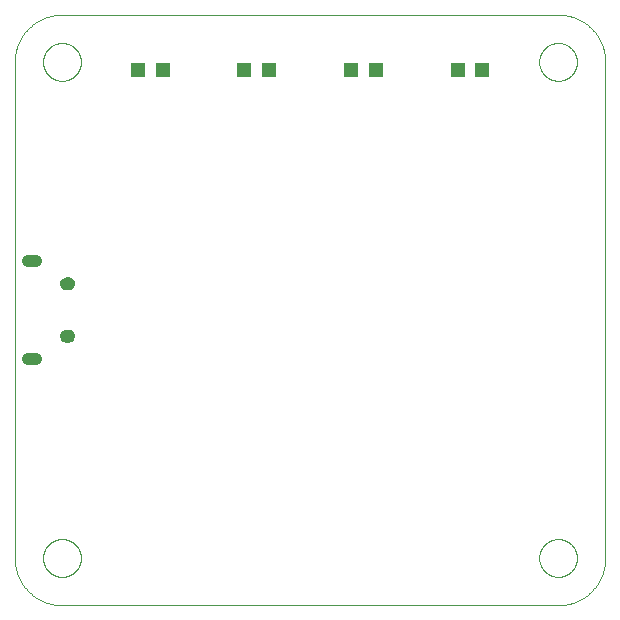
<source format=gbp>
G75*
%MOIN*%
%OFA0B0*%
%FSLAX25Y25*%
%IPPOS*%
%LPD*%
%AMOC8*
5,1,8,0,0,1.08239X$1,22.5*
%
%ADD10R,0.04724X0.04724*%
%ADD11C,0.00000*%
%ADD12C,0.00600*%
%ADD13C,0.03937*%
D10*
X0097114Y0241500D03*
X0105382Y0241500D03*
X0132646Y0241500D03*
X0140913Y0241500D03*
X0168177Y0241500D03*
X0176445Y0241500D03*
X0203705Y0241500D03*
X0211972Y0241500D03*
D11*
X0237220Y0063075D02*
X0071866Y0063075D01*
X0065567Y0078823D02*
X0065569Y0078981D01*
X0065575Y0079139D01*
X0065585Y0079297D01*
X0065599Y0079455D01*
X0065617Y0079612D01*
X0065638Y0079769D01*
X0065664Y0079925D01*
X0065694Y0080081D01*
X0065727Y0080236D01*
X0065765Y0080389D01*
X0065806Y0080542D01*
X0065851Y0080694D01*
X0065900Y0080845D01*
X0065953Y0080994D01*
X0066009Y0081142D01*
X0066069Y0081288D01*
X0066133Y0081433D01*
X0066201Y0081576D01*
X0066272Y0081718D01*
X0066346Y0081858D01*
X0066424Y0081995D01*
X0066506Y0082131D01*
X0066590Y0082265D01*
X0066679Y0082396D01*
X0066770Y0082525D01*
X0066865Y0082652D01*
X0066962Y0082777D01*
X0067063Y0082899D01*
X0067167Y0083018D01*
X0067274Y0083135D01*
X0067384Y0083249D01*
X0067497Y0083360D01*
X0067612Y0083469D01*
X0067730Y0083574D01*
X0067851Y0083676D01*
X0067974Y0083776D01*
X0068100Y0083872D01*
X0068228Y0083965D01*
X0068358Y0084055D01*
X0068491Y0084141D01*
X0068626Y0084225D01*
X0068762Y0084304D01*
X0068901Y0084381D01*
X0069042Y0084453D01*
X0069184Y0084523D01*
X0069328Y0084588D01*
X0069474Y0084650D01*
X0069621Y0084708D01*
X0069770Y0084763D01*
X0069920Y0084814D01*
X0070071Y0084861D01*
X0070223Y0084904D01*
X0070376Y0084943D01*
X0070531Y0084979D01*
X0070686Y0085010D01*
X0070842Y0085038D01*
X0070998Y0085062D01*
X0071155Y0085082D01*
X0071313Y0085098D01*
X0071470Y0085110D01*
X0071629Y0085118D01*
X0071787Y0085122D01*
X0071945Y0085122D01*
X0072103Y0085118D01*
X0072262Y0085110D01*
X0072419Y0085098D01*
X0072577Y0085082D01*
X0072734Y0085062D01*
X0072890Y0085038D01*
X0073046Y0085010D01*
X0073201Y0084979D01*
X0073356Y0084943D01*
X0073509Y0084904D01*
X0073661Y0084861D01*
X0073812Y0084814D01*
X0073962Y0084763D01*
X0074111Y0084708D01*
X0074258Y0084650D01*
X0074404Y0084588D01*
X0074548Y0084523D01*
X0074690Y0084453D01*
X0074831Y0084381D01*
X0074970Y0084304D01*
X0075106Y0084225D01*
X0075241Y0084141D01*
X0075374Y0084055D01*
X0075504Y0083965D01*
X0075632Y0083872D01*
X0075758Y0083776D01*
X0075881Y0083676D01*
X0076002Y0083574D01*
X0076120Y0083469D01*
X0076235Y0083360D01*
X0076348Y0083249D01*
X0076458Y0083135D01*
X0076565Y0083018D01*
X0076669Y0082899D01*
X0076770Y0082777D01*
X0076867Y0082652D01*
X0076962Y0082525D01*
X0077053Y0082396D01*
X0077142Y0082265D01*
X0077226Y0082131D01*
X0077308Y0081995D01*
X0077386Y0081858D01*
X0077460Y0081718D01*
X0077531Y0081576D01*
X0077599Y0081433D01*
X0077663Y0081288D01*
X0077723Y0081142D01*
X0077779Y0080994D01*
X0077832Y0080845D01*
X0077881Y0080694D01*
X0077926Y0080542D01*
X0077967Y0080389D01*
X0078005Y0080236D01*
X0078038Y0080081D01*
X0078068Y0079925D01*
X0078094Y0079769D01*
X0078115Y0079612D01*
X0078133Y0079455D01*
X0078147Y0079297D01*
X0078157Y0079139D01*
X0078163Y0078981D01*
X0078165Y0078823D01*
X0078163Y0078665D01*
X0078157Y0078507D01*
X0078147Y0078349D01*
X0078133Y0078191D01*
X0078115Y0078034D01*
X0078094Y0077877D01*
X0078068Y0077721D01*
X0078038Y0077565D01*
X0078005Y0077410D01*
X0077967Y0077257D01*
X0077926Y0077104D01*
X0077881Y0076952D01*
X0077832Y0076801D01*
X0077779Y0076652D01*
X0077723Y0076504D01*
X0077663Y0076358D01*
X0077599Y0076213D01*
X0077531Y0076070D01*
X0077460Y0075928D01*
X0077386Y0075788D01*
X0077308Y0075651D01*
X0077226Y0075515D01*
X0077142Y0075381D01*
X0077053Y0075250D01*
X0076962Y0075121D01*
X0076867Y0074994D01*
X0076770Y0074869D01*
X0076669Y0074747D01*
X0076565Y0074628D01*
X0076458Y0074511D01*
X0076348Y0074397D01*
X0076235Y0074286D01*
X0076120Y0074177D01*
X0076002Y0074072D01*
X0075881Y0073970D01*
X0075758Y0073870D01*
X0075632Y0073774D01*
X0075504Y0073681D01*
X0075374Y0073591D01*
X0075241Y0073505D01*
X0075106Y0073421D01*
X0074970Y0073342D01*
X0074831Y0073265D01*
X0074690Y0073193D01*
X0074548Y0073123D01*
X0074404Y0073058D01*
X0074258Y0072996D01*
X0074111Y0072938D01*
X0073962Y0072883D01*
X0073812Y0072832D01*
X0073661Y0072785D01*
X0073509Y0072742D01*
X0073356Y0072703D01*
X0073201Y0072667D01*
X0073046Y0072636D01*
X0072890Y0072608D01*
X0072734Y0072584D01*
X0072577Y0072564D01*
X0072419Y0072548D01*
X0072262Y0072536D01*
X0072103Y0072528D01*
X0071945Y0072524D01*
X0071787Y0072524D01*
X0071629Y0072528D01*
X0071470Y0072536D01*
X0071313Y0072548D01*
X0071155Y0072564D01*
X0070998Y0072584D01*
X0070842Y0072608D01*
X0070686Y0072636D01*
X0070531Y0072667D01*
X0070376Y0072703D01*
X0070223Y0072742D01*
X0070071Y0072785D01*
X0069920Y0072832D01*
X0069770Y0072883D01*
X0069621Y0072938D01*
X0069474Y0072996D01*
X0069328Y0073058D01*
X0069184Y0073123D01*
X0069042Y0073193D01*
X0068901Y0073265D01*
X0068762Y0073342D01*
X0068626Y0073421D01*
X0068491Y0073505D01*
X0068358Y0073591D01*
X0068228Y0073681D01*
X0068100Y0073774D01*
X0067974Y0073870D01*
X0067851Y0073970D01*
X0067730Y0074072D01*
X0067612Y0074177D01*
X0067497Y0074286D01*
X0067384Y0074397D01*
X0067274Y0074511D01*
X0067167Y0074628D01*
X0067063Y0074747D01*
X0066962Y0074869D01*
X0066865Y0074994D01*
X0066770Y0075121D01*
X0066679Y0075250D01*
X0066590Y0075381D01*
X0066506Y0075515D01*
X0066424Y0075651D01*
X0066346Y0075788D01*
X0066272Y0075928D01*
X0066201Y0076070D01*
X0066133Y0076213D01*
X0066069Y0076358D01*
X0066009Y0076504D01*
X0065953Y0076652D01*
X0065900Y0076801D01*
X0065851Y0076952D01*
X0065806Y0077104D01*
X0065765Y0077257D01*
X0065727Y0077410D01*
X0065694Y0077565D01*
X0065664Y0077721D01*
X0065638Y0077877D01*
X0065617Y0078034D01*
X0065599Y0078191D01*
X0065585Y0078349D01*
X0065575Y0078507D01*
X0065569Y0078665D01*
X0065567Y0078823D01*
X0056118Y0078823D02*
X0056123Y0078442D01*
X0056136Y0078062D01*
X0056159Y0077682D01*
X0056192Y0077303D01*
X0056233Y0076925D01*
X0056283Y0076548D01*
X0056343Y0076172D01*
X0056411Y0075797D01*
X0056489Y0075425D01*
X0056576Y0075054D01*
X0056671Y0074686D01*
X0056776Y0074320D01*
X0056889Y0073957D01*
X0057011Y0073596D01*
X0057141Y0073239D01*
X0057281Y0072885D01*
X0057428Y0072534D01*
X0057585Y0072187D01*
X0057749Y0071844D01*
X0057922Y0071505D01*
X0058103Y0071170D01*
X0058292Y0070839D01*
X0058489Y0070514D01*
X0058693Y0070193D01*
X0058906Y0069877D01*
X0059126Y0069567D01*
X0059353Y0069261D01*
X0059588Y0068962D01*
X0059830Y0068668D01*
X0060078Y0068380D01*
X0060334Y0068098D01*
X0060597Y0067823D01*
X0060866Y0067554D01*
X0061141Y0067291D01*
X0061423Y0067035D01*
X0061711Y0066787D01*
X0062005Y0066545D01*
X0062304Y0066310D01*
X0062610Y0066083D01*
X0062920Y0065863D01*
X0063236Y0065650D01*
X0063557Y0065446D01*
X0063882Y0065249D01*
X0064213Y0065060D01*
X0064548Y0064879D01*
X0064887Y0064706D01*
X0065230Y0064542D01*
X0065577Y0064385D01*
X0065928Y0064238D01*
X0066282Y0064098D01*
X0066639Y0063968D01*
X0067000Y0063846D01*
X0067363Y0063733D01*
X0067729Y0063628D01*
X0068097Y0063533D01*
X0068468Y0063446D01*
X0068840Y0063368D01*
X0069215Y0063300D01*
X0069591Y0063240D01*
X0069968Y0063190D01*
X0070346Y0063149D01*
X0070725Y0063116D01*
X0071105Y0063093D01*
X0071485Y0063080D01*
X0071866Y0063075D01*
X0056118Y0078823D02*
X0056118Y0244177D01*
X0065567Y0244177D02*
X0065569Y0244335D01*
X0065575Y0244493D01*
X0065585Y0244651D01*
X0065599Y0244809D01*
X0065617Y0244966D01*
X0065638Y0245123D01*
X0065664Y0245279D01*
X0065694Y0245435D01*
X0065727Y0245590D01*
X0065765Y0245743D01*
X0065806Y0245896D01*
X0065851Y0246048D01*
X0065900Y0246199D01*
X0065953Y0246348D01*
X0066009Y0246496D01*
X0066069Y0246642D01*
X0066133Y0246787D01*
X0066201Y0246930D01*
X0066272Y0247072D01*
X0066346Y0247212D01*
X0066424Y0247349D01*
X0066506Y0247485D01*
X0066590Y0247619D01*
X0066679Y0247750D01*
X0066770Y0247879D01*
X0066865Y0248006D01*
X0066962Y0248131D01*
X0067063Y0248253D01*
X0067167Y0248372D01*
X0067274Y0248489D01*
X0067384Y0248603D01*
X0067497Y0248714D01*
X0067612Y0248823D01*
X0067730Y0248928D01*
X0067851Y0249030D01*
X0067974Y0249130D01*
X0068100Y0249226D01*
X0068228Y0249319D01*
X0068358Y0249409D01*
X0068491Y0249495D01*
X0068626Y0249579D01*
X0068762Y0249658D01*
X0068901Y0249735D01*
X0069042Y0249807D01*
X0069184Y0249877D01*
X0069328Y0249942D01*
X0069474Y0250004D01*
X0069621Y0250062D01*
X0069770Y0250117D01*
X0069920Y0250168D01*
X0070071Y0250215D01*
X0070223Y0250258D01*
X0070376Y0250297D01*
X0070531Y0250333D01*
X0070686Y0250364D01*
X0070842Y0250392D01*
X0070998Y0250416D01*
X0071155Y0250436D01*
X0071313Y0250452D01*
X0071470Y0250464D01*
X0071629Y0250472D01*
X0071787Y0250476D01*
X0071945Y0250476D01*
X0072103Y0250472D01*
X0072262Y0250464D01*
X0072419Y0250452D01*
X0072577Y0250436D01*
X0072734Y0250416D01*
X0072890Y0250392D01*
X0073046Y0250364D01*
X0073201Y0250333D01*
X0073356Y0250297D01*
X0073509Y0250258D01*
X0073661Y0250215D01*
X0073812Y0250168D01*
X0073962Y0250117D01*
X0074111Y0250062D01*
X0074258Y0250004D01*
X0074404Y0249942D01*
X0074548Y0249877D01*
X0074690Y0249807D01*
X0074831Y0249735D01*
X0074970Y0249658D01*
X0075106Y0249579D01*
X0075241Y0249495D01*
X0075374Y0249409D01*
X0075504Y0249319D01*
X0075632Y0249226D01*
X0075758Y0249130D01*
X0075881Y0249030D01*
X0076002Y0248928D01*
X0076120Y0248823D01*
X0076235Y0248714D01*
X0076348Y0248603D01*
X0076458Y0248489D01*
X0076565Y0248372D01*
X0076669Y0248253D01*
X0076770Y0248131D01*
X0076867Y0248006D01*
X0076962Y0247879D01*
X0077053Y0247750D01*
X0077142Y0247619D01*
X0077226Y0247485D01*
X0077308Y0247349D01*
X0077386Y0247212D01*
X0077460Y0247072D01*
X0077531Y0246930D01*
X0077599Y0246787D01*
X0077663Y0246642D01*
X0077723Y0246496D01*
X0077779Y0246348D01*
X0077832Y0246199D01*
X0077881Y0246048D01*
X0077926Y0245896D01*
X0077967Y0245743D01*
X0078005Y0245590D01*
X0078038Y0245435D01*
X0078068Y0245279D01*
X0078094Y0245123D01*
X0078115Y0244966D01*
X0078133Y0244809D01*
X0078147Y0244651D01*
X0078157Y0244493D01*
X0078163Y0244335D01*
X0078165Y0244177D01*
X0078163Y0244019D01*
X0078157Y0243861D01*
X0078147Y0243703D01*
X0078133Y0243545D01*
X0078115Y0243388D01*
X0078094Y0243231D01*
X0078068Y0243075D01*
X0078038Y0242919D01*
X0078005Y0242764D01*
X0077967Y0242611D01*
X0077926Y0242458D01*
X0077881Y0242306D01*
X0077832Y0242155D01*
X0077779Y0242006D01*
X0077723Y0241858D01*
X0077663Y0241712D01*
X0077599Y0241567D01*
X0077531Y0241424D01*
X0077460Y0241282D01*
X0077386Y0241142D01*
X0077308Y0241005D01*
X0077226Y0240869D01*
X0077142Y0240735D01*
X0077053Y0240604D01*
X0076962Y0240475D01*
X0076867Y0240348D01*
X0076770Y0240223D01*
X0076669Y0240101D01*
X0076565Y0239982D01*
X0076458Y0239865D01*
X0076348Y0239751D01*
X0076235Y0239640D01*
X0076120Y0239531D01*
X0076002Y0239426D01*
X0075881Y0239324D01*
X0075758Y0239224D01*
X0075632Y0239128D01*
X0075504Y0239035D01*
X0075374Y0238945D01*
X0075241Y0238859D01*
X0075106Y0238775D01*
X0074970Y0238696D01*
X0074831Y0238619D01*
X0074690Y0238547D01*
X0074548Y0238477D01*
X0074404Y0238412D01*
X0074258Y0238350D01*
X0074111Y0238292D01*
X0073962Y0238237D01*
X0073812Y0238186D01*
X0073661Y0238139D01*
X0073509Y0238096D01*
X0073356Y0238057D01*
X0073201Y0238021D01*
X0073046Y0237990D01*
X0072890Y0237962D01*
X0072734Y0237938D01*
X0072577Y0237918D01*
X0072419Y0237902D01*
X0072262Y0237890D01*
X0072103Y0237882D01*
X0071945Y0237878D01*
X0071787Y0237878D01*
X0071629Y0237882D01*
X0071470Y0237890D01*
X0071313Y0237902D01*
X0071155Y0237918D01*
X0070998Y0237938D01*
X0070842Y0237962D01*
X0070686Y0237990D01*
X0070531Y0238021D01*
X0070376Y0238057D01*
X0070223Y0238096D01*
X0070071Y0238139D01*
X0069920Y0238186D01*
X0069770Y0238237D01*
X0069621Y0238292D01*
X0069474Y0238350D01*
X0069328Y0238412D01*
X0069184Y0238477D01*
X0069042Y0238547D01*
X0068901Y0238619D01*
X0068762Y0238696D01*
X0068626Y0238775D01*
X0068491Y0238859D01*
X0068358Y0238945D01*
X0068228Y0239035D01*
X0068100Y0239128D01*
X0067974Y0239224D01*
X0067851Y0239324D01*
X0067730Y0239426D01*
X0067612Y0239531D01*
X0067497Y0239640D01*
X0067384Y0239751D01*
X0067274Y0239865D01*
X0067167Y0239982D01*
X0067063Y0240101D01*
X0066962Y0240223D01*
X0066865Y0240348D01*
X0066770Y0240475D01*
X0066679Y0240604D01*
X0066590Y0240735D01*
X0066506Y0240869D01*
X0066424Y0241005D01*
X0066346Y0241142D01*
X0066272Y0241282D01*
X0066201Y0241424D01*
X0066133Y0241567D01*
X0066069Y0241712D01*
X0066009Y0241858D01*
X0065953Y0242006D01*
X0065900Y0242155D01*
X0065851Y0242306D01*
X0065806Y0242458D01*
X0065765Y0242611D01*
X0065727Y0242764D01*
X0065694Y0242919D01*
X0065664Y0243075D01*
X0065638Y0243231D01*
X0065617Y0243388D01*
X0065599Y0243545D01*
X0065585Y0243703D01*
X0065575Y0243861D01*
X0065569Y0244019D01*
X0065567Y0244177D01*
X0056118Y0244177D02*
X0056123Y0244558D01*
X0056136Y0244938D01*
X0056159Y0245318D01*
X0056192Y0245697D01*
X0056233Y0246075D01*
X0056283Y0246452D01*
X0056343Y0246828D01*
X0056411Y0247203D01*
X0056489Y0247575D01*
X0056576Y0247946D01*
X0056671Y0248314D01*
X0056776Y0248680D01*
X0056889Y0249043D01*
X0057011Y0249404D01*
X0057141Y0249761D01*
X0057281Y0250115D01*
X0057428Y0250466D01*
X0057585Y0250813D01*
X0057749Y0251156D01*
X0057922Y0251495D01*
X0058103Y0251830D01*
X0058292Y0252161D01*
X0058489Y0252486D01*
X0058693Y0252807D01*
X0058906Y0253123D01*
X0059126Y0253433D01*
X0059353Y0253739D01*
X0059588Y0254038D01*
X0059830Y0254332D01*
X0060078Y0254620D01*
X0060334Y0254902D01*
X0060597Y0255177D01*
X0060866Y0255446D01*
X0061141Y0255709D01*
X0061423Y0255965D01*
X0061711Y0256213D01*
X0062005Y0256455D01*
X0062304Y0256690D01*
X0062610Y0256917D01*
X0062920Y0257137D01*
X0063236Y0257350D01*
X0063557Y0257554D01*
X0063882Y0257751D01*
X0064213Y0257940D01*
X0064548Y0258121D01*
X0064887Y0258294D01*
X0065230Y0258458D01*
X0065577Y0258615D01*
X0065928Y0258762D01*
X0066282Y0258902D01*
X0066639Y0259032D01*
X0067000Y0259154D01*
X0067363Y0259267D01*
X0067729Y0259372D01*
X0068097Y0259467D01*
X0068468Y0259554D01*
X0068840Y0259632D01*
X0069215Y0259700D01*
X0069591Y0259760D01*
X0069968Y0259810D01*
X0070346Y0259851D01*
X0070725Y0259884D01*
X0071105Y0259907D01*
X0071485Y0259920D01*
X0071866Y0259925D01*
X0237220Y0259925D01*
X0230921Y0244177D02*
X0230923Y0244335D01*
X0230929Y0244493D01*
X0230939Y0244651D01*
X0230953Y0244809D01*
X0230971Y0244966D01*
X0230992Y0245123D01*
X0231018Y0245279D01*
X0231048Y0245435D01*
X0231081Y0245590D01*
X0231119Y0245743D01*
X0231160Y0245896D01*
X0231205Y0246048D01*
X0231254Y0246199D01*
X0231307Y0246348D01*
X0231363Y0246496D01*
X0231423Y0246642D01*
X0231487Y0246787D01*
X0231555Y0246930D01*
X0231626Y0247072D01*
X0231700Y0247212D01*
X0231778Y0247349D01*
X0231860Y0247485D01*
X0231944Y0247619D01*
X0232033Y0247750D01*
X0232124Y0247879D01*
X0232219Y0248006D01*
X0232316Y0248131D01*
X0232417Y0248253D01*
X0232521Y0248372D01*
X0232628Y0248489D01*
X0232738Y0248603D01*
X0232851Y0248714D01*
X0232966Y0248823D01*
X0233084Y0248928D01*
X0233205Y0249030D01*
X0233328Y0249130D01*
X0233454Y0249226D01*
X0233582Y0249319D01*
X0233712Y0249409D01*
X0233845Y0249495D01*
X0233980Y0249579D01*
X0234116Y0249658D01*
X0234255Y0249735D01*
X0234396Y0249807D01*
X0234538Y0249877D01*
X0234682Y0249942D01*
X0234828Y0250004D01*
X0234975Y0250062D01*
X0235124Y0250117D01*
X0235274Y0250168D01*
X0235425Y0250215D01*
X0235577Y0250258D01*
X0235730Y0250297D01*
X0235885Y0250333D01*
X0236040Y0250364D01*
X0236196Y0250392D01*
X0236352Y0250416D01*
X0236509Y0250436D01*
X0236667Y0250452D01*
X0236824Y0250464D01*
X0236983Y0250472D01*
X0237141Y0250476D01*
X0237299Y0250476D01*
X0237457Y0250472D01*
X0237616Y0250464D01*
X0237773Y0250452D01*
X0237931Y0250436D01*
X0238088Y0250416D01*
X0238244Y0250392D01*
X0238400Y0250364D01*
X0238555Y0250333D01*
X0238710Y0250297D01*
X0238863Y0250258D01*
X0239015Y0250215D01*
X0239166Y0250168D01*
X0239316Y0250117D01*
X0239465Y0250062D01*
X0239612Y0250004D01*
X0239758Y0249942D01*
X0239902Y0249877D01*
X0240044Y0249807D01*
X0240185Y0249735D01*
X0240324Y0249658D01*
X0240460Y0249579D01*
X0240595Y0249495D01*
X0240728Y0249409D01*
X0240858Y0249319D01*
X0240986Y0249226D01*
X0241112Y0249130D01*
X0241235Y0249030D01*
X0241356Y0248928D01*
X0241474Y0248823D01*
X0241589Y0248714D01*
X0241702Y0248603D01*
X0241812Y0248489D01*
X0241919Y0248372D01*
X0242023Y0248253D01*
X0242124Y0248131D01*
X0242221Y0248006D01*
X0242316Y0247879D01*
X0242407Y0247750D01*
X0242496Y0247619D01*
X0242580Y0247485D01*
X0242662Y0247349D01*
X0242740Y0247212D01*
X0242814Y0247072D01*
X0242885Y0246930D01*
X0242953Y0246787D01*
X0243017Y0246642D01*
X0243077Y0246496D01*
X0243133Y0246348D01*
X0243186Y0246199D01*
X0243235Y0246048D01*
X0243280Y0245896D01*
X0243321Y0245743D01*
X0243359Y0245590D01*
X0243392Y0245435D01*
X0243422Y0245279D01*
X0243448Y0245123D01*
X0243469Y0244966D01*
X0243487Y0244809D01*
X0243501Y0244651D01*
X0243511Y0244493D01*
X0243517Y0244335D01*
X0243519Y0244177D01*
X0243517Y0244019D01*
X0243511Y0243861D01*
X0243501Y0243703D01*
X0243487Y0243545D01*
X0243469Y0243388D01*
X0243448Y0243231D01*
X0243422Y0243075D01*
X0243392Y0242919D01*
X0243359Y0242764D01*
X0243321Y0242611D01*
X0243280Y0242458D01*
X0243235Y0242306D01*
X0243186Y0242155D01*
X0243133Y0242006D01*
X0243077Y0241858D01*
X0243017Y0241712D01*
X0242953Y0241567D01*
X0242885Y0241424D01*
X0242814Y0241282D01*
X0242740Y0241142D01*
X0242662Y0241005D01*
X0242580Y0240869D01*
X0242496Y0240735D01*
X0242407Y0240604D01*
X0242316Y0240475D01*
X0242221Y0240348D01*
X0242124Y0240223D01*
X0242023Y0240101D01*
X0241919Y0239982D01*
X0241812Y0239865D01*
X0241702Y0239751D01*
X0241589Y0239640D01*
X0241474Y0239531D01*
X0241356Y0239426D01*
X0241235Y0239324D01*
X0241112Y0239224D01*
X0240986Y0239128D01*
X0240858Y0239035D01*
X0240728Y0238945D01*
X0240595Y0238859D01*
X0240460Y0238775D01*
X0240324Y0238696D01*
X0240185Y0238619D01*
X0240044Y0238547D01*
X0239902Y0238477D01*
X0239758Y0238412D01*
X0239612Y0238350D01*
X0239465Y0238292D01*
X0239316Y0238237D01*
X0239166Y0238186D01*
X0239015Y0238139D01*
X0238863Y0238096D01*
X0238710Y0238057D01*
X0238555Y0238021D01*
X0238400Y0237990D01*
X0238244Y0237962D01*
X0238088Y0237938D01*
X0237931Y0237918D01*
X0237773Y0237902D01*
X0237616Y0237890D01*
X0237457Y0237882D01*
X0237299Y0237878D01*
X0237141Y0237878D01*
X0236983Y0237882D01*
X0236824Y0237890D01*
X0236667Y0237902D01*
X0236509Y0237918D01*
X0236352Y0237938D01*
X0236196Y0237962D01*
X0236040Y0237990D01*
X0235885Y0238021D01*
X0235730Y0238057D01*
X0235577Y0238096D01*
X0235425Y0238139D01*
X0235274Y0238186D01*
X0235124Y0238237D01*
X0234975Y0238292D01*
X0234828Y0238350D01*
X0234682Y0238412D01*
X0234538Y0238477D01*
X0234396Y0238547D01*
X0234255Y0238619D01*
X0234116Y0238696D01*
X0233980Y0238775D01*
X0233845Y0238859D01*
X0233712Y0238945D01*
X0233582Y0239035D01*
X0233454Y0239128D01*
X0233328Y0239224D01*
X0233205Y0239324D01*
X0233084Y0239426D01*
X0232966Y0239531D01*
X0232851Y0239640D01*
X0232738Y0239751D01*
X0232628Y0239865D01*
X0232521Y0239982D01*
X0232417Y0240101D01*
X0232316Y0240223D01*
X0232219Y0240348D01*
X0232124Y0240475D01*
X0232033Y0240604D01*
X0231944Y0240735D01*
X0231860Y0240869D01*
X0231778Y0241005D01*
X0231700Y0241142D01*
X0231626Y0241282D01*
X0231555Y0241424D01*
X0231487Y0241567D01*
X0231423Y0241712D01*
X0231363Y0241858D01*
X0231307Y0242006D01*
X0231254Y0242155D01*
X0231205Y0242306D01*
X0231160Y0242458D01*
X0231119Y0242611D01*
X0231081Y0242764D01*
X0231048Y0242919D01*
X0231018Y0243075D01*
X0230992Y0243231D01*
X0230971Y0243388D01*
X0230953Y0243545D01*
X0230939Y0243703D01*
X0230929Y0243861D01*
X0230923Y0244019D01*
X0230921Y0244177D01*
X0237220Y0259925D02*
X0237601Y0259920D01*
X0237981Y0259907D01*
X0238361Y0259884D01*
X0238740Y0259851D01*
X0239118Y0259810D01*
X0239495Y0259760D01*
X0239871Y0259700D01*
X0240246Y0259632D01*
X0240618Y0259554D01*
X0240989Y0259467D01*
X0241357Y0259372D01*
X0241723Y0259267D01*
X0242086Y0259154D01*
X0242447Y0259032D01*
X0242804Y0258902D01*
X0243158Y0258762D01*
X0243509Y0258615D01*
X0243856Y0258458D01*
X0244199Y0258294D01*
X0244538Y0258121D01*
X0244873Y0257940D01*
X0245204Y0257751D01*
X0245529Y0257554D01*
X0245850Y0257350D01*
X0246166Y0257137D01*
X0246476Y0256917D01*
X0246782Y0256690D01*
X0247081Y0256455D01*
X0247375Y0256213D01*
X0247663Y0255965D01*
X0247945Y0255709D01*
X0248220Y0255446D01*
X0248489Y0255177D01*
X0248752Y0254902D01*
X0249008Y0254620D01*
X0249256Y0254332D01*
X0249498Y0254038D01*
X0249733Y0253739D01*
X0249960Y0253433D01*
X0250180Y0253123D01*
X0250393Y0252807D01*
X0250597Y0252486D01*
X0250794Y0252161D01*
X0250983Y0251830D01*
X0251164Y0251495D01*
X0251337Y0251156D01*
X0251501Y0250813D01*
X0251658Y0250466D01*
X0251805Y0250115D01*
X0251945Y0249761D01*
X0252075Y0249404D01*
X0252197Y0249043D01*
X0252310Y0248680D01*
X0252415Y0248314D01*
X0252510Y0247946D01*
X0252597Y0247575D01*
X0252675Y0247203D01*
X0252743Y0246828D01*
X0252803Y0246452D01*
X0252853Y0246075D01*
X0252894Y0245697D01*
X0252927Y0245318D01*
X0252950Y0244938D01*
X0252963Y0244558D01*
X0252968Y0244177D01*
X0252969Y0244177D02*
X0252969Y0078823D01*
X0230921Y0078823D02*
X0230923Y0078981D01*
X0230929Y0079139D01*
X0230939Y0079297D01*
X0230953Y0079455D01*
X0230971Y0079612D01*
X0230992Y0079769D01*
X0231018Y0079925D01*
X0231048Y0080081D01*
X0231081Y0080236D01*
X0231119Y0080389D01*
X0231160Y0080542D01*
X0231205Y0080694D01*
X0231254Y0080845D01*
X0231307Y0080994D01*
X0231363Y0081142D01*
X0231423Y0081288D01*
X0231487Y0081433D01*
X0231555Y0081576D01*
X0231626Y0081718D01*
X0231700Y0081858D01*
X0231778Y0081995D01*
X0231860Y0082131D01*
X0231944Y0082265D01*
X0232033Y0082396D01*
X0232124Y0082525D01*
X0232219Y0082652D01*
X0232316Y0082777D01*
X0232417Y0082899D01*
X0232521Y0083018D01*
X0232628Y0083135D01*
X0232738Y0083249D01*
X0232851Y0083360D01*
X0232966Y0083469D01*
X0233084Y0083574D01*
X0233205Y0083676D01*
X0233328Y0083776D01*
X0233454Y0083872D01*
X0233582Y0083965D01*
X0233712Y0084055D01*
X0233845Y0084141D01*
X0233980Y0084225D01*
X0234116Y0084304D01*
X0234255Y0084381D01*
X0234396Y0084453D01*
X0234538Y0084523D01*
X0234682Y0084588D01*
X0234828Y0084650D01*
X0234975Y0084708D01*
X0235124Y0084763D01*
X0235274Y0084814D01*
X0235425Y0084861D01*
X0235577Y0084904D01*
X0235730Y0084943D01*
X0235885Y0084979D01*
X0236040Y0085010D01*
X0236196Y0085038D01*
X0236352Y0085062D01*
X0236509Y0085082D01*
X0236667Y0085098D01*
X0236824Y0085110D01*
X0236983Y0085118D01*
X0237141Y0085122D01*
X0237299Y0085122D01*
X0237457Y0085118D01*
X0237616Y0085110D01*
X0237773Y0085098D01*
X0237931Y0085082D01*
X0238088Y0085062D01*
X0238244Y0085038D01*
X0238400Y0085010D01*
X0238555Y0084979D01*
X0238710Y0084943D01*
X0238863Y0084904D01*
X0239015Y0084861D01*
X0239166Y0084814D01*
X0239316Y0084763D01*
X0239465Y0084708D01*
X0239612Y0084650D01*
X0239758Y0084588D01*
X0239902Y0084523D01*
X0240044Y0084453D01*
X0240185Y0084381D01*
X0240324Y0084304D01*
X0240460Y0084225D01*
X0240595Y0084141D01*
X0240728Y0084055D01*
X0240858Y0083965D01*
X0240986Y0083872D01*
X0241112Y0083776D01*
X0241235Y0083676D01*
X0241356Y0083574D01*
X0241474Y0083469D01*
X0241589Y0083360D01*
X0241702Y0083249D01*
X0241812Y0083135D01*
X0241919Y0083018D01*
X0242023Y0082899D01*
X0242124Y0082777D01*
X0242221Y0082652D01*
X0242316Y0082525D01*
X0242407Y0082396D01*
X0242496Y0082265D01*
X0242580Y0082131D01*
X0242662Y0081995D01*
X0242740Y0081858D01*
X0242814Y0081718D01*
X0242885Y0081576D01*
X0242953Y0081433D01*
X0243017Y0081288D01*
X0243077Y0081142D01*
X0243133Y0080994D01*
X0243186Y0080845D01*
X0243235Y0080694D01*
X0243280Y0080542D01*
X0243321Y0080389D01*
X0243359Y0080236D01*
X0243392Y0080081D01*
X0243422Y0079925D01*
X0243448Y0079769D01*
X0243469Y0079612D01*
X0243487Y0079455D01*
X0243501Y0079297D01*
X0243511Y0079139D01*
X0243517Y0078981D01*
X0243519Y0078823D01*
X0243517Y0078665D01*
X0243511Y0078507D01*
X0243501Y0078349D01*
X0243487Y0078191D01*
X0243469Y0078034D01*
X0243448Y0077877D01*
X0243422Y0077721D01*
X0243392Y0077565D01*
X0243359Y0077410D01*
X0243321Y0077257D01*
X0243280Y0077104D01*
X0243235Y0076952D01*
X0243186Y0076801D01*
X0243133Y0076652D01*
X0243077Y0076504D01*
X0243017Y0076358D01*
X0242953Y0076213D01*
X0242885Y0076070D01*
X0242814Y0075928D01*
X0242740Y0075788D01*
X0242662Y0075651D01*
X0242580Y0075515D01*
X0242496Y0075381D01*
X0242407Y0075250D01*
X0242316Y0075121D01*
X0242221Y0074994D01*
X0242124Y0074869D01*
X0242023Y0074747D01*
X0241919Y0074628D01*
X0241812Y0074511D01*
X0241702Y0074397D01*
X0241589Y0074286D01*
X0241474Y0074177D01*
X0241356Y0074072D01*
X0241235Y0073970D01*
X0241112Y0073870D01*
X0240986Y0073774D01*
X0240858Y0073681D01*
X0240728Y0073591D01*
X0240595Y0073505D01*
X0240460Y0073421D01*
X0240324Y0073342D01*
X0240185Y0073265D01*
X0240044Y0073193D01*
X0239902Y0073123D01*
X0239758Y0073058D01*
X0239612Y0072996D01*
X0239465Y0072938D01*
X0239316Y0072883D01*
X0239166Y0072832D01*
X0239015Y0072785D01*
X0238863Y0072742D01*
X0238710Y0072703D01*
X0238555Y0072667D01*
X0238400Y0072636D01*
X0238244Y0072608D01*
X0238088Y0072584D01*
X0237931Y0072564D01*
X0237773Y0072548D01*
X0237616Y0072536D01*
X0237457Y0072528D01*
X0237299Y0072524D01*
X0237141Y0072524D01*
X0236983Y0072528D01*
X0236824Y0072536D01*
X0236667Y0072548D01*
X0236509Y0072564D01*
X0236352Y0072584D01*
X0236196Y0072608D01*
X0236040Y0072636D01*
X0235885Y0072667D01*
X0235730Y0072703D01*
X0235577Y0072742D01*
X0235425Y0072785D01*
X0235274Y0072832D01*
X0235124Y0072883D01*
X0234975Y0072938D01*
X0234828Y0072996D01*
X0234682Y0073058D01*
X0234538Y0073123D01*
X0234396Y0073193D01*
X0234255Y0073265D01*
X0234116Y0073342D01*
X0233980Y0073421D01*
X0233845Y0073505D01*
X0233712Y0073591D01*
X0233582Y0073681D01*
X0233454Y0073774D01*
X0233328Y0073870D01*
X0233205Y0073970D01*
X0233084Y0074072D01*
X0232966Y0074177D01*
X0232851Y0074286D01*
X0232738Y0074397D01*
X0232628Y0074511D01*
X0232521Y0074628D01*
X0232417Y0074747D01*
X0232316Y0074869D01*
X0232219Y0074994D01*
X0232124Y0075121D01*
X0232033Y0075250D01*
X0231944Y0075381D01*
X0231860Y0075515D01*
X0231778Y0075651D01*
X0231700Y0075788D01*
X0231626Y0075928D01*
X0231555Y0076070D01*
X0231487Y0076213D01*
X0231423Y0076358D01*
X0231363Y0076504D01*
X0231307Y0076652D01*
X0231254Y0076801D01*
X0231205Y0076952D01*
X0231160Y0077104D01*
X0231119Y0077257D01*
X0231081Y0077410D01*
X0231048Y0077565D01*
X0231018Y0077721D01*
X0230992Y0077877D01*
X0230971Y0078034D01*
X0230953Y0078191D01*
X0230939Y0078349D01*
X0230929Y0078507D01*
X0230923Y0078665D01*
X0230921Y0078823D01*
X0237220Y0063075D02*
X0237601Y0063080D01*
X0237981Y0063093D01*
X0238361Y0063116D01*
X0238740Y0063149D01*
X0239118Y0063190D01*
X0239495Y0063240D01*
X0239871Y0063300D01*
X0240246Y0063368D01*
X0240618Y0063446D01*
X0240989Y0063533D01*
X0241357Y0063628D01*
X0241723Y0063733D01*
X0242086Y0063846D01*
X0242447Y0063968D01*
X0242804Y0064098D01*
X0243158Y0064238D01*
X0243509Y0064385D01*
X0243856Y0064542D01*
X0244199Y0064706D01*
X0244538Y0064879D01*
X0244873Y0065060D01*
X0245204Y0065249D01*
X0245529Y0065446D01*
X0245850Y0065650D01*
X0246166Y0065863D01*
X0246476Y0066083D01*
X0246782Y0066310D01*
X0247081Y0066545D01*
X0247375Y0066787D01*
X0247663Y0067035D01*
X0247945Y0067291D01*
X0248220Y0067554D01*
X0248489Y0067823D01*
X0248752Y0068098D01*
X0249008Y0068380D01*
X0249256Y0068668D01*
X0249498Y0068962D01*
X0249733Y0069261D01*
X0249960Y0069567D01*
X0250180Y0069877D01*
X0250393Y0070193D01*
X0250597Y0070514D01*
X0250794Y0070839D01*
X0250983Y0071170D01*
X0251164Y0071505D01*
X0251337Y0071844D01*
X0251501Y0072187D01*
X0251658Y0072534D01*
X0251805Y0072885D01*
X0251945Y0073239D01*
X0252075Y0073596D01*
X0252197Y0073957D01*
X0252310Y0074320D01*
X0252415Y0074686D01*
X0252510Y0075054D01*
X0252597Y0075425D01*
X0252675Y0075797D01*
X0252743Y0076172D01*
X0252803Y0076548D01*
X0252853Y0076925D01*
X0252894Y0077303D01*
X0252927Y0077682D01*
X0252950Y0078062D01*
X0252963Y0078442D01*
X0252968Y0078823D01*
X0074079Y0151461D02*
X0073291Y0151461D01*
X0073291Y0151460D02*
X0073220Y0151462D01*
X0073150Y0151468D01*
X0073080Y0151477D01*
X0073011Y0151491D01*
X0072943Y0151508D01*
X0072875Y0151529D01*
X0072809Y0151554D01*
X0072745Y0151582D01*
X0072682Y0151614D01*
X0072621Y0151650D01*
X0072562Y0151688D01*
X0072505Y0151730D01*
X0072450Y0151775D01*
X0072398Y0151823D01*
X0072349Y0151873D01*
X0072303Y0151926D01*
X0072260Y0151982D01*
X0072219Y0152040D01*
X0072182Y0152100D01*
X0072149Y0152162D01*
X0072119Y0152226D01*
X0072092Y0152291D01*
X0072069Y0152358D01*
X0072050Y0152426D01*
X0072035Y0152495D01*
X0072023Y0152564D01*
X0072015Y0152634D01*
X0072011Y0152705D01*
X0072011Y0152775D01*
X0072015Y0152846D01*
X0072023Y0152916D01*
X0072035Y0152985D01*
X0072050Y0153054D01*
X0072069Y0153122D01*
X0072092Y0153189D01*
X0072119Y0153254D01*
X0072149Y0153318D01*
X0072182Y0153380D01*
X0072219Y0153440D01*
X0072260Y0153498D01*
X0072303Y0153554D01*
X0072349Y0153607D01*
X0072398Y0153657D01*
X0072450Y0153705D01*
X0072505Y0153750D01*
X0072562Y0153792D01*
X0072621Y0153830D01*
X0072682Y0153866D01*
X0072745Y0153898D01*
X0072809Y0153926D01*
X0072875Y0153951D01*
X0072943Y0153972D01*
X0073011Y0153989D01*
X0073080Y0154003D01*
X0073150Y0154012D01*
X0073220Y0154018D01*
X0073291Y0154020D01*
X0074079Y0154020D01*
X0074150Y0154018D01*
X0074220Y0154012D01*
X0074290Y0154003D01*
X0074359Y0153989D01*
X0074427Y0153972D01*
X0074495Y0153951D01*
X0074561Y0153926D01*
X0074625Y0153898D01*
X0074688Y0153866D01*
X0074749Y0153830D01*
X0074808Y0153792D01*
X0074865Y0153750D01*
X0074920Y0153705D01*
X0074972Y0153657D01*
X0075021Y0153607D01*
X0075067Y0153554D01*
X0075110Y0153498D01*
X0075151Y0153440D01*
X0075188Y0153380D01*
X0075221Y0153318D01*
X0075251Y0153254D01*
X0075278Y0153189D01*
X0075301Y0153122D01*
X0075320Y0153054D01*
X0075335Y0152985D01*
X0075347Y0152916D01*
X0075355Y0152846D01*
X0075359Y0152775D01*
X0075359Y0152705D01*
X0075355Y0152634D01*
X0075347Y0152564D01*
X0075335Y0152495D01*
X0075320Y0152426D01*
X0075301Y0152358D01*
X0075278Y0152291D01*
X0075251Y0152226D01*
X0075221Y0152162D01*
X0075188Y0152100D01*
X0075151Y0152040D01*
X0075110Y0151982D01*
X0075067Y0151926D01*
X0075021Y0151873D01*
X0074972Y0151823D01*
X0074920Y0151775D01*
X0074865Y0151730D01*
X0074808Y0151688D01*
X0074749Y0151650D01*
X0074688Y0151614D01*
X0074625Y0151582D01*
X0074561Y0151554D01*
X0074495Y0151529D01*
X0074427Y0151508D01*
X0074359Y0151491D01*
X0074290Y0151477D01*
X0074220Y0151468D01*
X0074150Y0151462D01*
X0074079Y0151460D01*
X0063252Y0146244D02*
X0060496Y0146244D01*
X0060429Y0146242D01*
X0060361Y0146236D01*
X0060295Y0146227D01*
X0060229Y0146213D01*
X0060163Y0146196D01*
X0060099Y0146175D01*
X0060036Y0146151D01*
X0059975Y0146123D01*
X0059915Y0146091D01*
X0059858Y0146057D01*
X0059802Y0146018D01*
X0059748Y0145977D01*
X0059697Y0145933D01*
X0059649Y0145886D01*
X0059603Y0145836D01*
X0059561Y0145784D01*
X0059521Y0145730D01*
X0059485Y0145673D01*
X0059451Y0145614D01*
X0059422Y0145554D01*
X0059395Y0145491D01*
X0059373Y0145428D01*
X0059354Y0145363D01*
X0059339Y0145298D01*
X0059327Y0145231D01*
X0059319Y0145164D01*
X0059315Y0145097D01*
X0059315Y0145029D01*
X0059319Y0144962D01*
X0059327Y0144895D01*
X0059339Y0144828D01*
X0059354Y0144763D01*
X0059373Y0144698D01*
X0059395Y0144635D01*
X0059422Y0144572D01*
X0059451Y0144512D01*
X0059485Y0144453D01*
X0059521Y0144396D01*
X0059561Y0144342D01*
X0059603Y0144290D01*
X0059649Y0144240D01*
X0059697Y0144193D01*
X0059748Y0144149D01*
X0059802Y0144108D01*
X0059858Y0144069D01*
X0059915Y0144035D01*
X0059975Y0144003D01*
X0060036Y0143975D01*
X0060099Y0143951D01*
X0060163Y0143930D01*
X0060229Y0143913D01*
X0060295Y0143899D01*
X0060361Y0143890D01*
X0060429Y0143884D01*
X0060496Y0143882D01*
X0063252Y0143882D01*
X0063319Y0143884D01*
X0063387Y0143890D01*
X0063453Y0143899D01*
X0063519Y0143913D01*
X0063585Y0143930D01*
X0063649Y0143951D01*
X0063712Y0143975D01*
X0063773Y0144003D01*
X0063833Y0144035D01*
X0063890Y0144069D01*
X0063946Y0144108D01*
X0064000Y0144149D01*
X0064051Y0144193D01*
X0064099Y0144240D01*
X0064145Y0144290D01*
X0064187Y0144342D01*
X0064227Y0144396D01*
X0064263Y0144453D01*
X0064297Y0144512D01*
X0064326Y0144572D01*
X0064353Y0144635D01*
X0064375Y0144698D01*
X0064394Y0144763D01*
X0064409Y0144828D01*
X0064421Y0144895D01*
X0064429Y0144962D01*
X0064433Y0145029D01*
X0064433Y0145097D01*
X0064429Y0145164D01*
X0064421Y0145231D01*
X0064409Y0145298D01*
X0064394Y0145363D01*
X0064375Y0145428D01*
X0064353Y0145491D01*
X0064326Y0145554D01*
X0064297Y0145614D01*
X0064263Y0145673D01*
X0064227Y0145730D01*
X0064187Y0145784D01*
X0064145Y0145836D01*
X0064099Y0145886D01*
X0064051Y0145933D01*
X0064000Y0145977D01*
X0063946Y0146018D01*
X0063890Y0146057D01*
X0063833Y0146091D01*
X0063773Y0146123D01*
X0063712Y0146151D01*
X0063649Y0146175D01*
X0063585Y0146196D01*
X0063519Y0146213D01*
X0063453Y0146227D01*
X0063387Y0146236D01*
X0063319Y0146242D01*
X0063252Y0146244D01*
X0073291Y0168980D02*
X0074079Y0168980D01*
X0074150Y0168982D01*
X0074220Y0168988D01*
X0074290Y0168997D01*
X0074359Y0169011D01*
X0074427Y0169028D01*
X0074495Y0169049D01*
X0074561Y0169074D01*
X0074625Y0169102D01*
X0074688Y0169134D01*
X0074749Y0169170D01*
X0074808Y0169208D01*
X0074865Y0169250D01*
X0074920Y0169295D01*
X0074972Y0169343D01*
X0075021Y0169393D01*
X0075067Y0169446D01*
X0075110Y0169502D01*
X0075151Y0169560D01*
X0075188Y0169620D01*
X0075221Y0169682D01*
X0075251Y0169746D01*
X0075278Y0169811D01*
X0075301Y0169878D01*
X0075320Y0169946D01*
X0075335Y0170015D01*
X0075347Y0170084D01*
X0075355Y0170154D01*
X0075359Y0170225D01*
X0075359Y0170295D01*
X0075355Y0170366D01*
X0075347Y0170436D01*
X0075335Y0170505D01*
X0075320Y0170574D01*
X0075301Y0170642D01*
X0075278Y0170709D01*
X0075251Y0170774D01*
X0075221Y0170838D01*
X0075188Y0170900D01*
X0075151Y0170960D01*
X0075110Y0171018D01*
X0075067Y0171074D01*
X0075021Y0171127D01*
X0074972Y0171177D01*
X0074920Y0171225D01*
X0074865Y0171270D01*
X0074808Y0171312D01*
X0074749Y0171350D01*
X0074688Y0171386D01*
X0074625Y0171418D01*
X0074561Y0171446D01*
X0074495Y0171471D01*
X0074427Y0171492D01*
X0074359Y0171509D01*
X0074290Y0171523D01*
X0074220Y0171532D01*
X0074150Y0171538D01*
X0074079Y0171540D01*
X0074079Y0171539D02*
X0073291Y0171539D01*
X0073291Y0171540D02*
X0073220Y0171538D01*
X0073150Y0171532D01*
X0073080Y0171523D01*
X0073011Y0171509D01*
X0072943Y0171492D01*
X0072875Y0171471D01*
X0072809Y0171446D01*
X0072745Y0171418D01*
X0072682Y0171386D01*
X0072621Y0171350D01*
X0072562Y0171312D01*
X0072505Y0171270D01*
X0072450Y0171225D01*
X0072398Y0171177D01*
X0072349Y0171127D01*
X0072303Y0171074D01*
X0072260Y0171018D01*
X0072219Y0170960D01*
X0072182Y0170900D01*
X0072149Y0170838D01*
X0072119Y0170774D01*
X0072092Y0170709D01*
X0072069Y0170642D01*
X0072050Y0170574D01*
X0072035Y0170505D01*
X0072023Y0170436D01*
X0072015Y0170366D01*
X0072011Y0170295D01*
X0072011Y0170225D01*
X0072015Y0170154D01*
X0072023Y0170084D01*
X0072035Y0170015D01*
X0072050Y0169946D01*
X0072069Y0169878D01*
X0072092Y0169811D01*
X0072119Y0169746D01*
X0072149Y0169682D01*
X0072182Y0169620D01*
X0072219Y0169560D01*
X0072260Y0169502D01*
X0072303Y0169446D01*
X0072349Y0169393D01*
X0072398Y0169343D01*
X0072450Y0169295D01*
X0072505Y0169250D01*
X0072562Y0169208D01*
X0072621Y0169170D01*
X0072682Y0169134D01*
X0072745Y0169102D01*
X0072809Y0169074D01*
X0072875Y0169049D01*
X0072943Y0169028D01*
X0073011Y0169011D01*
X0073080Y0168997D01*
X0073150Y0168988D01*
X0073220Y0168982D01*
X0073291Y0168980D01*
X0063252Y0176756D02*
X0060496Y0176756D01*
X0060429Y0176758D01*
X0060361Y0176764D01*
X0060295Y0176773D01*
X0060229Y0176787D01*
X0060163Y0176804D01*
X0060099Y0176825D01*
X0060036Y0176849D01*
X0059975Y0176877D01*
X0059915Y0176909D01*
X0059858Y0176943D01*
X0059802Y0176982D01*
X0059748Y0177023D01*
X0059697Y0177067D01*
X0059649Y0177114D01*
X0059603Y0177164D01*
X0059561Y0177216D01*
X0059521Y0177270D01*
X0059485Y0177327D01*
X0059451Y0177386D01*
X0059422Y0177446D01*
X0059395Y0177509D01*
X0059373Y0177572D01*
X0059354Y0177637D01*
X0059339Y0177702D01*
X0059327Y0177769D01*
X0059319Y0177836D01*
X0059315Y0177903D01*
X0059315Y0177971D01*
X0059319Y0178038D01*
X0059327Y0178105D01*
X0059339Y0178172D01*
X0059354Y0178237D01*
X0059373Y0178302D01*
X0059395Y0178365D01*
X0059422Y0178428D01*
X0059451Y0178488D01*
X0059485Y0178547D01*
X0059521Y0178604D01*
X0059561Y0178658D01*
X0059603Y0178710D01*
X0059649Y0178760D01*
X0059697Y0178807D01*
X0059748Y0178851D01*
X0059802Y0178892D01*
X0059858Y0178931D01*
X0059915Y0178965D01*
X0059975Y0178997D01*
X0060036Y0179025D01*
X0060099Y0179049D01*
X0060163Y0179070D01*
X0060229Y0179087D01*
X0060295Y0179101D01*
X0060361Y0179110D01*
X0060429Y0179116D01*
X0060496Y0179118D01*
X0063252Y0179118D01*
X0063319Y0179116D01*
X0063387Y0179110D01*
X0063453Y0179101D01*
X0063519Y0179087D01*
X0063585Y0179070D01*
X0063649Y0179049D01*
X0063712Y0179025D01*
X0063773Y0178997D01*
X0063833Y0178965D01*
X0063890Y0178931D01*
X0063946Y0178892D01*
X0064000Y0178851D01*
X0064051Y0178807D01*
X0064099Y0178760D01*
X0064145Y0178710D01*
X0064187Y0178658D01*
X0064227Y0178604D01*
X0064263Y0178547D01*
X0064297Y0178488D01*
X0064326Y0178428D01*
X0064353Y0178365D01*
X0064375Y0178302D01*
X0064394Y0178237D01*
X0064409Y0178172D01*
X0064421Y0178105D01*
X0064429Y0178038D01*
X0064433Y0177971D01*
X0064433Y0177903D01*
X0064429Y0177836D01*
X0064421Y0177769D01*
X0064409Y0177702D01*
X0064394Y0177637D01*
X0064375Y0177572D01*
X0064353Y0177509D01*
X0064326Y0177446D01*
X0064297Y0177386D01*
X0064263Y0177327D01*
X0064227Y0177270D01*
X0064187Y0177216D01*
X0064145Y0177164D01*
X0064099Y0177114D01*
X0064051Y0177067D01*
X0064000Y0177023D01*
X0063946Y0176982D01*
X0063890Y0176943D01*
X0063833Y0176909D01*
X0063773Y0176877D01*
X0063712Y0176849D01*
X0063649Y0176825D01*
X0063585Y0176804D01*
X0063519Y0176787D01*
X0063453Y0176773D01*
X0063387Y0176764D01*
X0063319Y0176758D01*
X0063252Y0176756D01*
D12*
X0071909Y0171362D02*
X0072189Y0171642D01*
X0072524Y0171852D01*
X0072898Y0171983D01*
X0073291Y0172028D01*
X0074079Y0172028D01*
X0074472Y0171983D01*
X0074846Y0171852D01*
X0075181Y0171642D01*
X0075461Y0171362D01*
X0075671Y0171027D01*
X0075802Y0170653D01*
X0075846Y0170260D01*
X0075802Y0169866D01*
X0075671Y0169493D01*
X0075461Y0169158D01*
X0075181Y0168878D01*
X0074846Y0168667D01*
X0074472Y0168536D01*
X0074079Y0168492D01*
X0073291Y0168492D01*
X0072898Y0168536D01*
X0072524Y0168667D01*
X0072189Y0168878D01*
X0071909Y0169158D01*
X0071699Y0169493D01*
X0071568Y0169866D01*
X0071524Y0170260D01*
X0071568Y0170653D01*
X0071699Y0171027D01*
X0071909Y0171362D01*
X0072173Y0171626D02*
X0075197Y0171626D01*
X0075671Y0171028D02*
X0071699Y0171028D01*
X0071543Y0170429D02*
X0075827Y0170429D01*
X0075790Y0169831D02*
X0071581Y0169831D01*
X0071863Y0169232D02*
X0075508Y0169232D01*
X0074750Y0168634D02*
X0072621Y0168634D01*
X0073291Y0154508D02*
X0074079Y0154508D01*
X0074472Y0154464D01*
X0074846Y0154333D01*
X0075181Y0154122D01*
X0075461Y0153842D01*
X0075671Y0153507D01*
X0075802Y0153134D01*
X0075846Y0152740D01*
X0075802Y0152347D01*
X0075671Y0151973D01*
X0075461Y0151638D01*
X0075181Y0151358D01*
X0074846Y0151148D01*
X0074472Y0151017D01*
X0074079Y0150972D01*
X0073291Y0150972D01*
X0072898Y0151017D01*
X0072524Y0151148D01*
X0072189Y0151358D01*
X0071909Y0151638D01*
X0071699Y0151973D01*
X0071568Y0152347D01*
X0071524Y0152740D01*
X0071568Y0153134D01*
X0071699Y0153507D01*
X0071909Y0153842D01*
X0072189Y0154122D01*
X0072524Y0154333D01*
X0072898Y0154464D01*
X0073291Y0154508D01*
X0072423Y0154269D02*
X0074947Y0154269D01*
X0075569Y0153671D02*
X0071801Y0153671D01*
X0071561Y0153072D02*
X0075809Y0153072D01*
X0075816Y0152474D02*
X0071554Y0152474D01*
X0071760Y0151875D02*
X0075610Y0151875D01*
X0075051Y0151277D02*
X0072319Y0151277D01*
D13*
X0060496Y0145063D02*
X0060496Y0145063D01*
X0063252Y0145063D01*
X0063252Y0145063D01*
X0060496Y0145063D01*
X0060496Y0177937D02*
X0060496Y0177937D01*
X0063252Y0177937D01*
X0063252Y0177937D01*
X0060496Y0177937D01*
M02*

</source>
